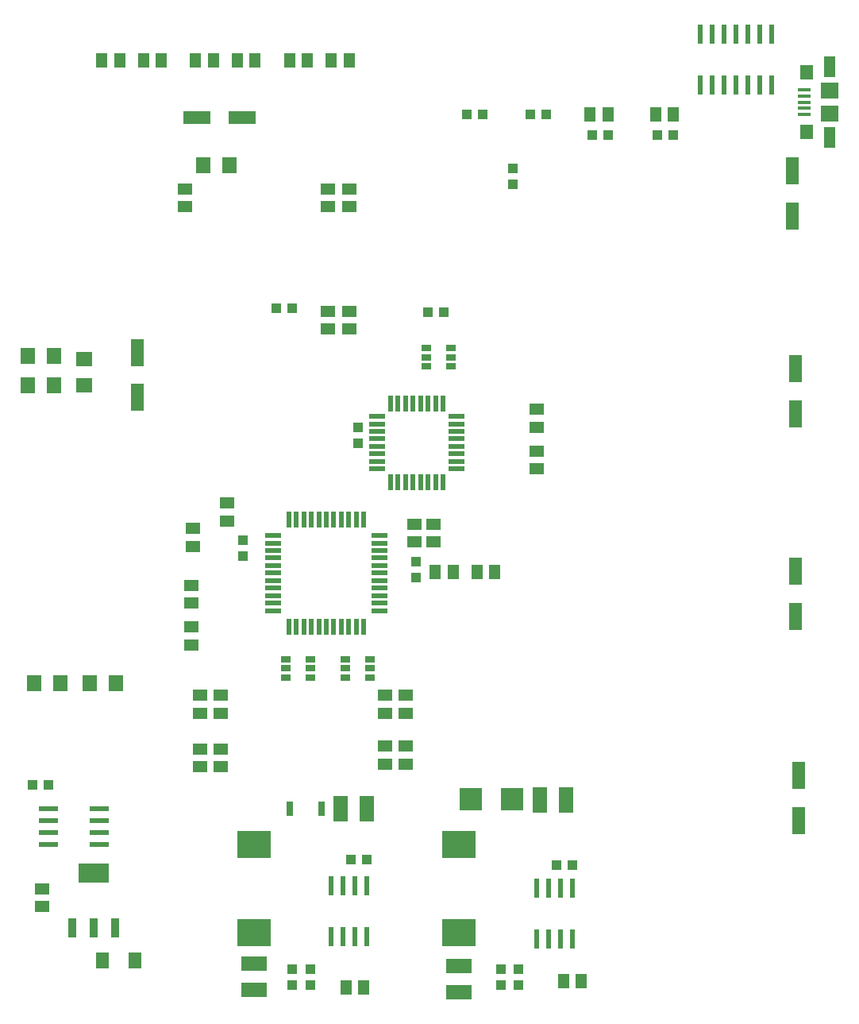
<source format=gbr>
G04 DipTrace Beta 2.3.5.2*
%INTopPaste.gbr*%
%MOMM*%
%ADD23R,1.5X1.3*%
%ADD24R,1.0X1.1*%
%ADD25R,1.4X2.85*%
%ADD26R,1.1X1.0*%
%ADD27R,1.6X2.7*%
%ADD28R,2.7X1.6*%
%ADD29R,1.6X1.8*%
%ADD30R,1.8X1.6*%
%ADD31R,2.85X1.4*%
%ADD32R,1.3X1.5*%
%ADD34R,2.4X2.4*%
%ADD35R,0.8X1.6*%
%ADD36R,1.4X1.8*%
%ADD37R,3.56X3.0*%
%ADD40R,1.35X0.4*%
%ADD41R,1.4X1.6*%
%ADD42R,1.3X2.3*%
%ADD43R,1.9X1.7*%
%ADD48R,0.95X2.15*%
%ADD49R,3.25X2.15*%
%ADD50R,1.8X0.5*%
%ADD51R,0.5X1.8*%
%ADD53R,1.7X0.5*%
%ADD54R,0.5X1.7*%
%ADD55R,0.6X2.0*%
%ADD58R,1.0X0.7*%
%ADD59R,2.0X0.6*%
%FSLAX53Y53*%
G04*
G71*
G90*
G75*
G01*
%LNTopPaste*%
%LPD*%
D23*
X20320Y40958D3*
Y42857D3*
D24*
X38100Y64135D3*
Y62435D3*
X44291Y49848D3*
Y48148D3*
X25876Y52070D3*
Y50370D3*
D23*
X20320Y47307D3*
Y45407D3*
X57150Y59690D3*
Y61590D3*
Y66040D3*
Y64140D3*
D24*
X53340Y6350D3*
Y4650D3*
D25*
X84455Y91481D3*
Y86678D3*
X85090Y22225D3*
Y27029D3*
X84772Y43974D3*
Y48778D3*
Y65564D3*
Y70368D3*
D26*
X60960Y17463D3*
X59260D3*
D27*
X60325Y24448D3*
X57525D3*
D28*
X48895Y6730D3*
Y3930D3*
D24*
X31115Y6350D3*
Y4650D3*
D26*
X39052Y18097D3*
X37352D3*
D27*
X39053Y23495D3*
X36253D3*
D28*
X26988Y6985D3*
Y4185D3*
D29*
X6350Y36830D3*
X3550D3*
X9525D3*
X12325D3*
D25*
X14605Y67310D3*
Y72114D3*
D30*
X8890Y68580D3*
Y71380D3*
D29*
X5715Y71755D3*
X2915D3*
X5715Y68580D3*
X2915D3*
D31*
X20955Y97155D3*
X25759D3*
D29*
X21590Y92075D3*
X24390D3*
D26*
X5080Y26035D3*
X3380D3*
X31115Y76835D3*
X29415D3*
X45561Y76359D3*
X47261D3*
X51435Y97473D3*
X49735D3*
X58215D3*
X56515D3*
D24*
X54610Y91757D3*
Y90057D3*
D26*
X64770Y95250D3*
X63070D3*
X71755D3*
X70055D3*
D32*
X50805Y48741D3*
X52705D3*
D34*
X50165Y24510D3*
X54565D3*
D35*
X30798Y23495D3*
X34197D3*
D36*
X14288Y7302D3*
X10888D3*
D32*
X35246Y103198D3*
X37146D3*
X25244D3*
X27144D3*
X15246D3*
X17146D3*
D23*
X34925Y74612D3*
Y76512D3*
X21273Y35560D3*
Y33660D3*
X43180Y28257D3*
Y30157D3*
Y35560D3*
Y33660D3*
X21273Y27940D3*
Y29840D3*
X34925Y89535D3*
Y87635D3*
D37*
X48895Y19685D3*
Y10285D3*
X26988Y19685D3*
Y10285D3*
D40*
X85725Y97473D3*
Y98123D3*
Y98772D3*
Y99422D3*
Y100072D3*
D41*
X85950Y95572D3*
Y101973D3*
D42*
X88400Y95022D3*
Y102522D3*
D43*
Y97572D3*
Y99973D3*
D48*
X7620Y10795D3*
X9920D3*
X12220D3*
D49*
X9920Y16595D3*
D23*
X24130Y56039D3*
Y54139D3*
X46196Y51911D3*
Y53811D3*
X44133Y51911D3*
Y53811D3*
D32*
X46355Y48736D3*
X48255D3*
X61912Y5080D3*
X60012D3*
D24*
X55245Y6350D3*
Y4650D3*
D32*
X38735Y4445D3*
X36835D3*
D24*
X33020Y6350D3*
Y4650D3*
D32*
X69850Y97473D3*
X71750D3*
X64770D3*
X62870D3*
D23*
X20479Y51435D3*
Y53335D3*
X19685Y87630D3*
Y89530D3*
X4445Y14922D3*
Y13022D3*
D32*
X32701Y103198D3*
X30801D3*
X22699Y103199D3*
X20799D3*
X12701Y103198D3*
X10801D3*
D23*
X37148Y74612D3*
Y76513D3*
X23495Y35560D3*
Y33660D3*
X40958Y28258D3*
Y30157D3*
Y35555D3*
Y33655D3*
X23495Y27940D3*
Y29840D3*
X37147Y89535D3*
Y87635D3*
D50*
X40435Y44593D3*
Y45393D3*
Y46193D3*
Y46993D3*
Y47793D3*
Y48593D3*
Y49393D3*
Y50193D3*
Y50993D3*
Y51793D3*
Y52593D3*
D51*
X38735Y54293D3*
X37935D3*
X37135D3*
X36335D3*
X35535D3*
X34735D3*
X33935D3*
X33135D3*
X32335D3*
X31535D3*
X30735D3*
D50*
X29035Y52593D3*
Y51793D3*
Y50993D3*
Y50193D3*
Y49393D3*
Y48593D3*
Y47793D3*
Y46993D3*
Y46193D3*
Y45393D3*
Y44593D3*
D51*
X30735Y42893D3*
X31535D3*
X32335D3*
X33135D3*
X33935D3*
X34735D3*
X35535D3*
X36335D3*
X37135D3*
X37935D3*
X38735D3*
D53*
X48577Y59690D3*
Y60490D3*
Y61290D3*
Y62090D3*
Y62890D3*
Y63690D3*
Y64490D3*
Y65290D3*
D54*
X47177Y66690D3*
X46377D3*
X45577D3*
X44777D3*
X43977D3*
X43177D3*
X42377D3*
X41577D3*
D53*
X40177Y65290D3*
Y64490D3*
Y63690D3*
Y62890D3*
Y62090D3*
Y61290D3*
Y60490D3*
Y59690D3*
D54*
X41577Y58290D3*
X42377D3*
X43177D3*
X43977D3*
X44777D3*
X45577D3*
X46377D3*
X47177D3*
D55*
X60960Y14985D3*
X59690D3*
X58420D3*
X57150D3*
Y9585D3*
X58420D3*
X59690D3*
X60960D3*
X39052Y15240D3*
X37782D3*
X36512D3*
X35242D3*
Y9840D3*
X36512D3*
X37782D3*
X39052D3*
X82232Y106045D3*
X80962D3*
X79692D3*
X78422D3*
X77152D3*
X75882D3*
X74612D3*
Y100645D3*
X75882D3*
X77152D3*
X78422D3*
X79692D3*
X80962D3*
X82232D3*
D58*
X33020Y39370D3*
Y37470D3*
Y38420D3*
X30420Y39370D3*
Y37470D3*
Y38420D3*
X39370Y39370D3*
Y37470D3*
Y38420D3*
X36770Y39370D3*
Y37470D3*
Y38420D3*
D59*
X5080Y23495D3*
Y22225D3*
Y20955D3*
Y19685D3*
X10480D3*
Y20955D3*
Y22225D3*
Y23495D3*
D58*
X45403Y70644D3*
Y72544D3*
Y71594D3*
X48003Y70644D3*
Y72544D3*
Y71594D3*
M02*

</source>
